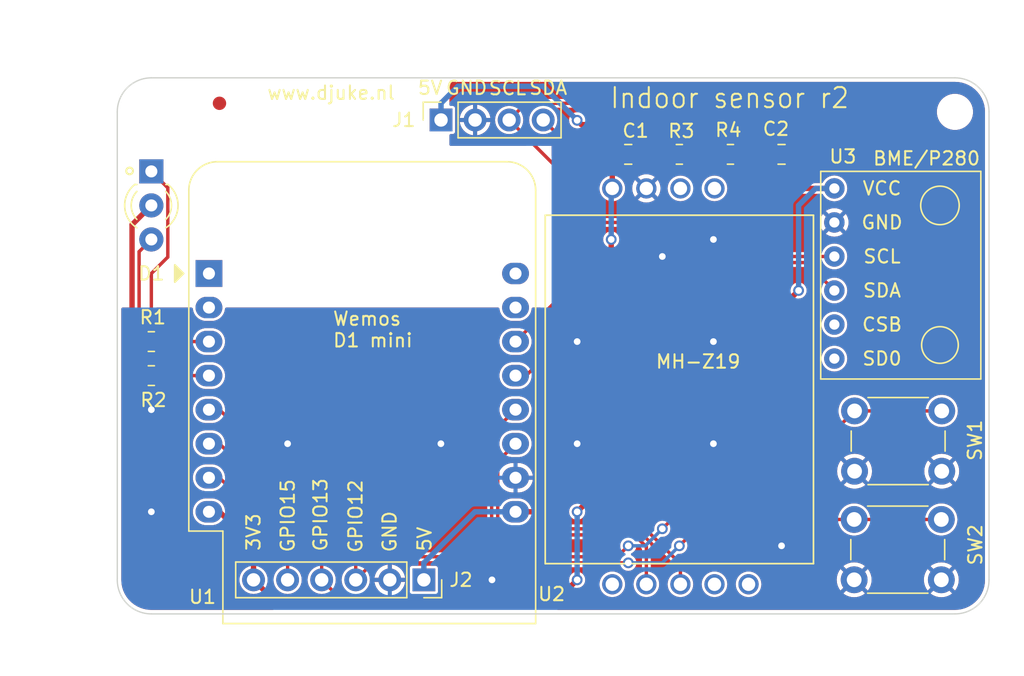
<source format=kicad_pcb>
(kicad_pcb (version 20240108) (generator "pcbnew") (generator_version "8.0")
  (layers (0 "F.Cu" signal) (31 "B.Cu" signal) (34 "B.Paste" user) (35 "F.Paste" user) (36 "B.SilkS" user "B.Silkscreen") (37 "F.SilkS" user "F.Silkscreen") (38 "B.Mask" user) (39 "F.Mask" user) (44 "Edge.Cuts" user))
  (net 0 "")
  (net 1 "+5V")
  (net 2 "GND")
  (net 3 "LED_OK")
  (net 4 "LED_ERR")
  (net 5 "RX")
  (net 6 "TX")
  (net 7 "SDA")
  (net 8 "SCL")
  (net 9 "+3V3")
  (net 10 "GPIO12")
  (net 11 "GPIO13")
  (net 12 "GPIO15")
  (net 19 "Net-(D1-A1)")
  (net 20 "Net-(D1-A2)")
  (footprint "Connector_PinSocket_2.54mm:PinSocket_1x06_P2.54mm_Vertical" (layer "F.Cu") (at 71.12 121.92 -90)
    (property "Reference" "J2" (at 0 -2.77 0) (layer "F.SilkS"))
    (property "Value" "Conn_01x06_Pin")
    (fp_line (start -1.33 14.03) (end 1.33 14.03) (stroke (width 0.12)) (layer "F.SilkS"))
    (fp_line (start -1.33 1.27) (end -1.33 14.03) (stroke (width 0.12)) (layer "F.SilkS"))
    (fp_line (start -1.33 1.27) (end 1.33 1.27) (stroke (width 0.12)) (layer "F.SilkS"))
    (fp_line (start 1.33 1.27) (end 1.33 14.03) (stroke (width 0.12)) (layer "F.SilkS"))
    (fp_line (start 0 -1.33) (end 1.33 -1.33) (stroke (width 0.12)) (layer "F.SilkS"))
    (fp_line (start 1.33 -1.33) (end 1.33 0) (stroke (width 0.12)) (layer "F.SilkS"))
    (pad "1" thru_hole rect (at 0 0 270) (size 1.7 1.7) (drill 1) (layers "*.Cu" "*.Mask") (net 1 "+5V"))
    (pad "2" thru_hole oval (at 0 2.54 270) (size 1.7 1.7) (drill 1) (layers "*.Cu" "*.Mask") (net 2 "GND"))
    (pad "3" thru_hole oval (at 0 5.08 270) (size 1.7 1.7) (drill 1) (layers "*.Cu" "*.Mask") (net 10 "GPIO12"))
    (pad "4" thru_hole oval (at 0 7.62 270) (size 1.7 1.7) (drill 1) (layers "*.Cu" "*.Mask") (net 11 "GPIO13"))
    (pad "5" thru_hole oval (at 0 10.16 270) (size 1.7 1.7) (drill 1) (layers "*.Cu" "*.Mask") (net 12 "GPIO15"))
    (pad "6" thru_hole oval (at 0 12.7 270) (size 1.7 1.7) (drill 1) (layers "*.Cu" "*.Mask") (net 9 "+3V3"))
  )
  (footprint "Resistor_SMD:R_0805_2012Metric" (layer "F.Cu") (at 50.8 106.68 180)
    (property "Reference" "R2" (at -0.15729 -1.821581 0) (layer "F.SilkS"))
    (property "Value" "220")
    (fp_line (start -0.227064 0.735) (end 0.227064 0.735) (stroke (width 0.12)) (layer "F.SilkS"))
    (fp_line (start -0.227064 -0.735) (end 0.227064 -0.735) (stroke (width 0.12)) (layer "F.SilkS"))
    (pad "1" smd roundrect (at -0.9125 0 180) (size 1.025 1.4) (layers "F.Cu" "F.Paste" "F.Mask") (roundrect_rratio 0.243902) (net 4 "LED_ERR"))
    (pad "2" smd roundrect (at 0.9125 0 180) (size 1.025 1.4) (layers "F.Cu" "F.Paste" "F.Mask") (roundrect_rratio 0.243902) (net 19 "Net-(D1-A1)"))
  )
  (footprint "Capacitor_SMD:C_0805_2012Metric" (layer "F.Cu") (at 86.36 90.17)
    (property "Reference" "C1" (at 0.545265 -1.760701 0) (layer "F.SilkS"))
    (property "Value" "100n")
    (fp_line (start -0.261252 -0.735) (end 0.261252 -0.735) (stroke (width 0.12)) (layer "F.SilkS"))
    (fp_line (start -0.261252 0.735) (end 0.261252 0.735) (stroke (width 0.12)) (layer "F.SilkS"))
    (pad "1" smd roundrect (at -0.95 0) (size 1 1.45) (layers "F.Cu" "F.Paste" "F.Mask") (net 1 "+5V"))
    (pad "2" smd roundrect (at 0.95 0) (size 1 1.45) (layers "F.Cu" "F.Paste" "F.Mask") (net 2 "GND"))
  )
  (footprint "Fiducial:Fiducial_1mm_Mask2mm" (layer "F.Cu") (at 105.41 86.36)
    (property "Reference" "FID2" (hide yes))
    (property "Value" "Fiducial")
    (pad "" smd circle (at 0 0) (size 1 1) (layers "F.Cu" "F.Mask") (clearance 0.5))
  )
  (footprint "LED_THT:LED_D3.0mm-3" (layer "F.Cu") (at 50.8 91.44 -90)
    (property "Reference" "D1" (at 7.62 0 0) (layer "F.SilkS"))
    (property "Value" "LED_Dual_AKA")
    (fp_line (start 0.98 1.08) (end 0.98 1.236) (stroke (width 0.12)) (layer "F.SilkS"))
    (fp_line (start 0.98 -1.236) (end 0.98 -1.08) (stroke (width 0.12)) (layer "F.SilkS"))
    (fp_arc (start 4.211397 1.080061) (mid 2.635624 1.987701) (end 0.98 1.235516) (stroke (width 0.12)) (layer "F.SilkS"))
    (fp_arc (start 3.58091 1.080049) (mid 2.539965 1.5) (end 1.499039 1.08) (stroke (width 0.12)) (layer "F.SilkS"))
    (fp_arc (start 1.499039 -1.08) (mid 2.539965 -1.5) (end 3.58091 -1.080049) (stroke (width 0.12)) (layer "F.SilkS"))
    (fp_arc (start 0.98 -1.235516) (mid 2.635624 -1.987701) (end 4.211397 -1.080061) (stroke (width 0.12)) (layer "F.SilkS"))
    (pad "1" thru_hole rect (at 0 0 270) (size 1.8 1.8) (drill 0.9) (layers "*.Cu" "*.Mask") (net 19 "Net-(D1-A1)"))
    (pad "2" thru_hole circle (at 2.54 0 270) (size 1.8 1.8) (drill 0.9) (layers "*.Cu" "*.Mask") (net 2 "GND"))
    (pad "3" thru_hole circle (at 5.08 0 270) (size 1.8 1.8) (drill 0.9) (layers "*.Cu" "*.Mask") (net 20 "Net-(D1-A2)"))
  )
  (footprint "RF_Module:WEMOS_D1_mini_light" (layer "F.Cu") (at 55.095 99.06)
    (property "Reference" "U1" (at -0.485 24.13 0) (layer "F.SilkS"))
    (property "Value" "WeMos_D1_mini")
    (fp_line (start -1.5 19.22) (end -1.5 -6.21) (stroke (width 0.12)) (layer "F.SilkS"))
    (fp_line (start -1.5 19.22) (end 1.04 19.22) (stroke (width 0.12)) (layer "F.SilkS"))
    (fp_line (start 1.04 19.22) (end 1.04 26.12) (stroke (width 0.12)) (layer "F.SilkS"))
    (fp_line (start 1.04 26.12) (end 24.36 26.12) (stroke (width 0.12)) (layer "F.SilkS"))
    (fp_line (start 22.24 -8.34) (end 0.63 -8.34) (stroke (width 0.12)) (layer "F.SilkS"))
    (fp_line (start 24.36 26.12) (end 24.36 -6.21) (stroke (width 0.12)) (layer "F.SilkS"))
    (fp_arc (start -1.5 -6.21) (mid -0.876137 -7.716137) (end 0.63 -8.34) (stroke (width 0.12)) (layer "F.SilkS"))
    (fp_arc (start 22.23 -8.34) (mid 23.736137 -7.716137) (end 24.36 -6.21) (stroke (width 0.12)) (layer "F.SilkS"))
    (fp_poly (pts (xy -2.54 -0.635) (xy -2.54 0.635) (xy -1.905 0)) (stroke (width 0.15)) (fill solid) (layer "F.SilkS"))
    (pad "1" thru_hole rect (at 0 0) (size 2 2) (drill 0.9) (layers "*.Cu" "*.Mask"))
    (pad "2" thru_hole oval (at 0 2.54) (size 2 1.6) (drill 0.9) (layers "*.Cu" "*.Mask"))
    (pad "3" thru_hole oval (at 0 5.08) (size 2 1.6) (drill 0.9) (layers "*.Cu" "*.Mask") (net 3 "LED_OK"))
    (pad "4" thru_hole oval (at 0 7.62) (size 2 1.6) (drill 0.9) (layers "*.Cu" "*.Mask") (net 4 "LED_ERR"))
    (pad "5" thru_hole oval (at 0 10.16) (size 2 1.6) (drill 0.9) (layers "*.Cu" "*.Mask") (net 10 "GPIO12"))
    (pad "6" thru_hole oval (at 0 12.7) (size 2 1.6) (drill 0.9) (layers "*.Cu" "*.Mask") (net 11 "GPIO13"))
    (pad "7" thru_hole oval (at 0 15.24) (size 2 1.6) (drill 0.9) (layers "*.Cu" "*.Mask") (net 12 "GPIO15"))
    (pad "8" thru_hole oval (at 0 17.78) (size 2 1.6) (drill 0.9) (layers "*.Cu" "*.Mask") (net 9 "+3V3"))
    (pad "9" thru_hole oval (at 22.86 17.78) (size 2 1.6) (drill 0.9) (layers "*.Cu" "*.Mask") (net 1 "+5V"))
    (pad "10" thru_hole oval (at 22.86 15.24) (size 2 1.6) (drill 0.9) (layers "*.Cu" "*.Mask") (net 2 "GND"))
    (pad "11" thru_hole oval (at 22.86 12.7) (size 2 1.6) (drill 0.9) (layers "*.Cu" "*.Mask") (net 5 "RX"))
    (pad "12" thru_hole oval (at 22.86 10.16) (size 2 1.6) (drill 0.9) (layers "*.Cu" "*.Mask") (net 6 "TX"))
    (pad "13" thru_hole oval (at 22.86 7.62) (size 2 1.6) (drill 0.9) (layers "*.Cu" "*.Mask") (net 7 "SDA"))
    (pad "14" thru_hole oval (at 22.86 5.08) (size 2 1.6) (drill 0.9) (layers "*.Cu" "*.Mask") (net 8 "SCL"))
    (pad "15" thru_hole oval (at 22.86 2.54) (size 2 1.6) (drill 0.9) (layers "*.Cu" "*.Mask"))
    (pad "16" thru_hole oval (at 22.86 0) (size 2 1.6) (drill 0.9) (layers "*.Cu" "*.Mask"))
    (zone (net 0) (net_name "") (layers "F&B.Cu" "Dwgs.User") (name "No Copper") (connect_pads (clearance 0)) (min_thickness 0.25)
      (keepout (tracks not_allowed) (vias not_allowed) (pads not_allowed) (copperpour not_allowed) (footprints not_allowed))
      (fill (thermal_gap 0.5) (thermal_bridge_width 0.5))
      (polygon (pts (xy 53.745 90.86) (xy 79.345 90.86) (xy 79.345 97.66) (xy 53.745 97.66)))
    )
  )
  (footprint "Capacitor_SMD:C_0805_2012Metric" (layer "F.Cu") (at 97.79 90.17)
    (property "Reference" "C2" (at -0.417414 -1.900479 0) (layer "F.SilkS"))
    (property "Value" "100n")
    (fp_line (start -0.261252 -0.735) (end 0.261252 -0.735) (stroke (width 0.12)) (layer "F.SilkS"))
    (fp_line (start -0.261252 0.735) (end 0.261252 0.735) (stroke (width 0.12)) (layer "F.SilkS"))
    (pad "1" smd roundrect (at -0.95 0) (size 1 1.45) (layers "F.Cu" "F.Paste" "F.Mask") (net 9 "+3V3"))
    (pad "2" smd roundrect (at 0.95 0) (size 1 1.45) (layers "F.Cu" "F.Paste" "F.Mask") (net 2 "GND"))
  )
  (footprint "Connector_PinSocket_2.54mm:PinSocket_1x04_P2.54mm_Vertical" (layer "F.Cu") (at 72.4 87.605 90)
    (property "Reference" "J1" (at 0 -2.77 180) (layer "F.SilkS"))
    (property "Value" "Conn_01x04_Pin")
    (fp_line (start 1.33 -1.33) (end 1.33 0) (stroke (width 0.12)) (layer "F.SilkS"))
    (fp_line (start 0 -1.33) (end 1.33 -1.33) (stroke (width 0.12)) (layer "F.SilkS"))
    (fp_line (start 1.33 1.27) (end 1.33 8.95) (stroke (width 0.12)) (layer "F.SilkS"))
    (fp_line (start -1.33 1.27) (end 1.33 1.27) (stroke (width 0.12)) (layer "F.SilkS"))
    (fp_line (start -1.33 1.27) (end -1.33 8.95) (stroke (width 0.12)) (layer "F.SilkS"))
    (fp_line (start -1.33 8.95) (end 1.33 8.95) (stroke (width 0.12)) (layer "F.SilkS"))
    (pad "1" thru_hole rect (at 0 0 90) (size 1.7 1.7) (drill 1) (layers "*.Cu" "*.Mask") (net 1 "+5V"))
    (pad "2" thru_hole oval (at 0 2.54 90) (size 1.7 1.7) (drill 1) (layers "*.Cu" "*.Mask") (net 2 "GND"))
    (pad "3" thru_hole oval (at 0 5.08 90) (size 1.7 1.7) (drill 1) (layers "*.Cu" "*.Mask") (net 8 "SCL"))
    (pad "4" thru_hole oval (at 0 7.62 90) (size 1.7 1.7) (drill 1) (layers "*.Cu" "*.Mask") (net 7 "SDA"))
  )
  (footprint "MountingHole:MountingHole_2.2mm_M2" (layer "F.Cu") (at 110.72 87)
    (property "Reference" "H1" (hide yes))
    (property "Value" "MountingHole")
    (pad "" np_thru_hole circle (at 0 0) (size 2.2 2.2) (drill 2.2) (layers "*.Cu" "*.Mask"))
  )
  (footprint "Button_Switch_THT:SW_PUSH_6mm_H5mm" (layer "F.Cu") (at 103.204192 117.414408)
    (property "Reference" "SW2" (at 9.038285 1.89058 90) (layer "F.SilkS"))
    (property "Value" "SW_Push")
    (fp_line (start -0.25 1.5) (end -0.25 3) (stroke (width 0.12)) (layer "F.SilkS"))
    (fp_line (start 1 5.5) (end 5.5 5.5) (stroke (width 0.12)) (layer "F.SilkS"))
    (fp_line (start 5.5 -1) (end 1 -1) (stroke (width 0.12)) (layer "F.SilkS"))
    (fp_line (start 6.75 3) (end 6.75 1.5) (stroke (width 0.12)) (layer "F.SilkS"))
    (pad "1" thru_hole circle (at 0 0 90) (size 2 2) (drill 1.1) (layers "*.Cu" "*.Mask") (net 11 "GPIO13"))
    (pad "1" thru_hole circle (at 6.5 0 90) (size 2 2) (drill 1.1) (layers "*.Cu" "*.Mask") (net 11 "GPIO13"))
    (pad "2" thru_hole circle (at 0 4.5 90) (size 2 2) (drill 1.1) (layers "*.Cu" "*.Mask") (net 2 "GND"))
    (pad "2" thru_hole circle (at 6.5 4.5 90) (size 2 2) (drill 1.1) (layers "*.Cu" "*.Mask") (net 2 "GND"))
  )
  (footprint "Resistor_SMD:R_0805_2012Metric" (layer "F.Cu") (at 90.17 90.17 180)
    (property "Reference" "R3" (at -0.148697 1.741003 0) (layer "F.SilkS"))
    (property "Value" "4k7")
    (fp_line (start -0.227064 0.735) (end 0.227064 0.735) (stroke (width 0.12)) (layer "F.SilkS"))
    (fp_line (start -0.227064 -0.735) (end 0.227064 -0.735) (stroke (width 0.12)) (layer "F.SilkS"))
    (pad "1" smd roundrect (at -0.9125 0 180) (size 1.025 1.4) (layers "F.Cu" "F.Paste" "F.Mask") (roundrect_rratio 0.243902) (net 7 "SDA"))
    (pad "2" smd roundrect (at 0.9125 0 180) (size 1.025 1.4) (layers "F.Cu" "F.Paste" "F.Mask") (roundrect_rratio 0.243902) (net 1 "+5V"))
  )
  (footprint "Fiducial:Fiducial_1mm_Mask2mm" (layer "F.Cu") (at 55.88 86.36)
    (property "Reference" "FID3" (hide yes))
    (property "Value" "Fiducial")
    (pad "" smd circle (at 0 0) (size 1 1) (layers "F.Cu" "F.Mask") (clearance 0.5))
  )
  (footprint "Resistor_SMD:R_0805_2012Metric" (layer "F.Cu") (at 93.98 90.17 180)
    (property "Reference" "R4" (at 0.15856 1.817703 180) (layer "F.SilkS"))
    (property "Value" "4k7")
    (fp_line (start -0.227064 0.735) (end 0.227064 0.735) (stroke (width 0.12)) (layer "F.SilkS"))
    (fp_line (start -0.227064 -0.735) (end 0.227064 -0.735) (stroke (width 0.12)) (layer "F.SilkS"))
    (pad "1" smd roundrect (at -0.9125 0 180) (size 1.025 1.4) (layers "F.Cu" "F.Paste" "F.Mask") (roundrect_rratio 0.243902) (net 8 "SCL"))
    (pad "2" smd roundrect (at 0.9125 0 180) (size 1.025 1.4) (layers "F.Cu" "F.Paste" "F.Mask") (roundrect_rratio 0.243902) (net 1 "+5V"))
  )
  (footprint "Resistor_SMD:R_0805_2012Metric" (layer "F.Cu") (at 50.8 104.14 180)
    (property "Reference" "R1" (at -0.105014 1.806986 0) (layer "F.SilkS"))
    (property "Value" "220")
    (fp_line (start -0.227064 0.735) (end 0.227064 0.735) (stroke (width 0.12)) (layer "F.SilkS"))
    (fp_line (start -0.227064 -0.735) (end 0.227064 -0.735) (stroke (width 0.12)) (layer "F.SilkS"))
    (pad "1" smd roundrect (at -0.9125 0 180) (size 1.025 1.4) (layers "F.Cu" "F.Paste" "F.Mask") (roundrect_rratio 0.243902) (net 3 "LED_OK"))
    (pad "2" smd roundrect (at 0.9125 0 180) (size 1.025 1.4) (layers "F.Cu" "F.Paste" "F.Mask") (roundrect_rratio 0.243902) (net 20 "Net-(D1-A2)"))
  )
  (footprint "MountingHole:MountingHole_2.2mm_M2" (layer "F.Cu") (at 50.8 87)
    (property "Reference" "H2" (hide yes))
    (property "Value" "MountingHole")
    (pad "" np_thru_hole circle (at 0 0) (size 2.2 2.2) (drill 2.2) (layers "*.Cu" "*.Mask"))
  )
  (footprint "Fiducial:Fiducial_1mm_Mask2mm" (layer "F.Cu") (at 50.8 121.92)
    (property "Reference" "FID1" (hide yes))
    (property "Value" "Fiducial")
    (pad "" smd circle (at 0 0) (size 1 1) (layers "F.Cu" "F.Mask") (clearance 0.5))
  )
  (footprint "Libraries:MH-Z19B-FOOT" (layer "F.Cu") (at 85.17 92.71 -90)
    (property "Reference" "U2" (at 30.273437 4.526925 0) (layer "F.SilkS"))
    (property "Value" "MH-Z19B")
    (fp_line (start 2 5) (end 2 -15) (stroke (width 0.127)) (layer "F.SilkS"))
    (fp_line (start 28 5) (end 2 5) (stroke (width 0.127)) (layer "F.SilkS"))
    (fp_line (start 2 -15) (end 28 -15) (stroke (width 0.127)) (layer "F.SilkS"))
    (fp_line (start 28 -15) (end 28 5) (stroke (width 0.127)) (layer "F.SilkS"))
    (pad "GND" thru_hole circle (at 0 -2.54 270) (size 1.508 1.508) (drill 1) (layers "*.Cu" "*.Mask") (net 2 "GND"))
    (pad "RX" thru_hole circle (at 29.54 -2.54 270) (size 1.508 1.508) (drill 1) (layers "*.Cu" "*.Mask") (net 6 "TX"))
    (pad "TX" thru_hole circle (at 29.54 -5.08 270) (size 1.508 1.508) (drill 1) (layers "*.Cu" "*.Mask") (net 5 "RX"))
    (pad "VIN" thru_hole circle (at 0 0 270) (size 1.508 1.508) (drill 1) (layers "*.Cu" "*.Mask") (net 1 "+5V"))
    (pad "X@1" thru_hole circle (at 0 -5.08 270) (size 1.508 1.508) (drill 1) (layers "*.Cu" "*.Mask"))
    (pad "X@2" thru_hole circle (at 0 -7.62 270) (size 1.508 1.508) (drill 1) (layers "*.Cu" "*.Mask"))
    (pad "X@3" thru_hole circle (at 29.54 0 270) (size 1.508 1.508) (drill 1) (layers "*.Cu" "*.Mask"))
    (pad "X@4" thru_hole circle (at 29.54 -7.62 270) (size 1.508 1.508) (drill 1) (layers "*.Cu" "*.Mask"))
    (pad "XQ5" thru_hole circle (at 29.54 -10.16 270) (size 1.508 1.508) (drill 1) (layers "*.Cu" "*.Mask"))
  )
  (footprint "Button_Switch_THT:SW_PUSH_6mm_H5mm" (layer "F.Cu") (at 103.234303 109.314556)
    (property "Reference" "SW1" (at 8.978063 2.19169 90) (layer "F.SilkS"))
    (property "Value" "SW_Push")
    (fp_line (start -0.25 1.5) (end -0.25 3) (stroke (width 0.12)) (layer "F.SilkS"))
    (fp_line (start 1 5.5) (end 5.5 5.5) (stroke (width 0.12)) (layer "F.SilkS"))
    (fp_line (start 5.5 -1) (end 1 -1) (stroke (width 0.12)) (layer "F.SilkS"))
    (fp_line (start 6.75 3) (end 6.75 1.5) (stroke (width 0.12)) (layer "F.SilkS"))
    (pad "1" thru_hole circle (at 0 0 90) (size 2 2) (drill 1.1) (layers "*.Cu" "*.Mask") (net 10 "GPIO12"))
    (pad "1" thru_hole circle (at 6.5 0 90) (size 2 2) (drill 1.1) (layers "*.Cu" "*.Mask") (net 10 "GPIO12"))
    (pad "2" thru_hole circle (at 0 4.5 90) (size 2 2) (drill 1.1) (layers "*.Cu" "*.Mask") (net 2 "GND"))
    (pad "2" thru_hole circle (at 6.5 4.5 90) (size 2 2) (drill 1.1) (layers "*.Cu" "*.Mask") (net 2 "GND"))
  )
  (footprint "Libraries:module_bme280" (layer "F.Cu") (at 106.807 105.156)
    (property "Reference" "U3" (at -4.445 -14.823956 0) (layer "F.SilkS"))
    (property "Value" "module_bme280")
    (fp_line (start -6.096 -13.716) (end -6.096 1.778) (stroke (width 0.12)) (layer "F.SilkS"))
    (fp_line (start -6.096 1.778) (end 5.842 1.778) (stroke (width 0.12)) (layer "F.SilkS"))
    (fp_line (start 5.842 -13.716) (end -6.096 -13.716) (stroke (width 0.12)) (layer "F.SilkS"))
    (fp_line (start 5.842 1.778) (end 5.842 -13.716) (stroke (width 0.12)) (layer "F.SilkS"))
    (fp_circle (center 2.794 -11.176) (end 3.81 -10.16) (stroke (width 0.12)) (fill none) (layer "F.SilkS"))
    (fp_circle (center 2.794 -0.762) (end 3.302 0.508) (stroke (width 0.12)) (fill none) (layer "F.SilkS"))
    (fp_text user "SDA" (at -1.524 -4.826 0) (layer "F.SilkS"))
    (fp_text user "SCL" (at -1.524 -7.366 0) (layer "F.SilkS"))
    (fp_text user "SD0" (at -1.524 0.254 0) (layer "F.SilkS"))
    (fp_text user "BME/P280" (at 1.795862 -14.680724 0) (layer "F.SilkS"))
    (fp_text user "GND" (at -1.524 -9.906 0) (layer "F.SilkS"))
    (fp_text user "CSB" (at -1.524 -2.286 0) (layer "F.SilkS"))
    (fp_text user "VCC" (at -1.524 -12.446 0) (layer "F.SilkS"))
    (pad "1" thru_hole circle (at -5.08 -12.446) (size 1.524 1.524) (drill 0.762) (layers "*.Cu" "*.Mask") (net 9 "+3V3"))
    (pad "2" thru_hole circle (at -5.08 -9.906) (size 1.524 1.524) (drill 0.762) (layers "*.Cu" "*.Mask") (net 2 "GND"))
    (pad "3" thru_hole circle (at -5.08 -7.366) (size 1.524 1.524) (drill 0.762) (layers "*.Cu" "*.Mask") (net 8 "SCL"))
    (pad "4" thru_hole circle (at -5.08 -4.826) (size 1.524 1.524) (drill 0.762) (layers "*.Cu" "*.Mask") (net 7 "SDA"))
    (pad "5" thru_hole circle (at -5.08 -2.286) (size 1.524 1.524) (drill 0.762) (layers "*.Cu" "*.Mask"))
    (pad "6" thru_hole circle (at -5.08 0.254) (size 1.524 1.524) (drill 0.762) (layers "*.Cu" "*.Mask"))
  )
  (gr_circle (center 49.178497 91.407548) (end 49.428497 91.407548) (stroke (width 0.15)) (fill none) (layer "F.SilkS"))
  (gr_arc (start 110.72 84.46) (mid 112.516051 85.203949) (end 113.26 87) (stroke (width 0.1)) (layer "Edge.Cuts"))
  (gr_arc (start 50.8 124.46) (mid 49.003949 123.716051) (end 48.26 121.92) (stroke (width 0.1)) (layer "Edge.Cuts"))
  (gr_arc (start 48.26 87) (mid 49.003949 85.203949) (end 50.8 84.46) (stroke (width 0.1)) (layer "Edge.Cuts"))
  (gr_line (start 48.26 121.92) (end 48.26 87) (stroke (width 0.1)) (layer "Edge.Cuts"))
  (gr_line (start 110.72 84.46) (end 50.8 84.46) (stroke (width 0.1)) (layer "Edge.Cuts"))
  (gr_line (start 113.26 87) (end 113.26 121.92) (stroke (width 0.1)) (layer "Edge.Cuts"))
  (gr_line (start 110.72 124.46) (end 50.8 124.46) (stroke (width 0.1)) (layer "Edge.Cuts"))
  (gr_arc (start 113.26 121.92) (mid 112.516051 123.716051) (end 110.72 124.46) (stroke (width 0.1)) (layer "Edge.Cuts"))
  (gr_text "GPIO15" (at 61.558448 119.944959 90) (layer "F.SilkS") (effects (font (size 1 1)) (justify left bottom)))
  (gr_text "GPIO13" (at 63.99811 119.876558 90) (layer "F.SilkS") (effects (font (size 1 1)) (justify left bottom)))
  (gr_text "Indoor sensor r2" (at 84.925373 86.839171 0) (layer "F.SilkS") (effects (font (size 1.5 1.4)) (justify left bottom)))
  (gr_text "MH-Z19" (at 88.331109 106.217142 0) (layer "F.SilkS") (effects (font (size 1 1)) (justify left bottom)))
  (gr_text "5V" (at 70.588984 85.796353 0) (layer "F.SilkS") (effects (font (size 1 1)) (justify left bottom)))
  (gr_text "SCL" (at 75.878718 85.819153 0) (layer "F.SilkS") (effects (font (size 1 1)) (justify left bottom)))
  (gr_text "GND" (at 72.686637 85.796353 0) (layer "F.SilkS") (effects (font (size 1 1)) (justify left bottom)))
  (gr_text "GPIO12" (at 66.610794 119.985742 90) (layer "F.SilkS") (effects (font (size 1 1)) (justify left bottom)))
  (gr_text "www.djuke.nl" (at 59.364549 86.159753 0) (layer "F.SilkS") (effects (font (size 1 1)) (justify left bottom)))
  (gr_text "5V" (at 71.759915 119.87711 90) (layer "F.SilkS") (effects (font (size 1 1)) (justify left bottom)))
  (gr_text "Wemos\nD1 mini" (at 64.263864 104.633972 0) (layer "F.SilkS") (effects (font (size 1 1)) (justify left bottom)))
  (gr_text "GND" (at 69.152765 119.942289 90) (layer "F.SilkS") (effects (font (size 1 1)) (justify left bottom)))
  (gr_text "3V3" (at 59.004784 119.830956 90) (layer "F.SilkS") (effects (font (size 1 1)) (justify left bottom)))
  (gr_text "SDA" (at 78.888394 85.796353 0) (layer "F.SilkS") (effects (font (size 1 1)) (justify left bottom)))
  (segment (start 85.09 111.76) (end 85.09 96.52) (width 0.4) (layer "F.Cu") (net 1))
  (segment (start 85.17 91.36) (end 85.17 92.71) (width 0.4) (layer "F.Cu") (net 1))
  (segment (start 82.87 87.95) (end 82.55 87.63) (width 0.4) (layer "F.Cu") (net 1))
  (segment (start 85.41 87.95) (end 82.87 87.95) (width 0.4) (layer "F.Cu") (net 1))
  (segment (start 85.41 87.95) (end 85.41 90.17) (width 0.4) (layer "F.Cu") (net 1))
  (segment (start 88.9 87.95) (end 89.2575 88.3075) (width 0.4) (layer "F.Cu") (net 1))
  (segment (start 93.0675 89.2575) (end 93.0675 90.17) (width 0.4) (layer "F.Cu") (net 1))
  (segment (start 85.41 90.17) (end 85.41 91.12) (width 0.4) (layer "F.Cu") (net 1))
  (segment (start 88.9 87.95) (end 91.76 87.95) (width 0.4) (layer "F.Cu") (net 1))
  (segment (start 91.76 87.95) (end 93.0675 89.2575) (width 0.4) (layer "F.Cu") (net 1))
  (segment (start 85.41 91.12) (end 85.17 91.36) (width 0.4) (layer "F.Cu") (net 1))
  (segment (start 77.955 116.84) (end 80.01 116.84) (width 0.4) (layer "F.Cu") (net 1))
  (segment (start 80.01 116.84) (end 85.09 111.76) (width 0.4) (layer "F.Cu") (net 1))
  (segment (start 85.41 87.95) (end 88.9 87.95) (width 0.4) (layer "F.Cu") (net 1))
  (segment (start 85.41 92.47) (end 85.17 92.71) (width 0.4) (layer "F.Cu") (net 1))
  (segment (start 89.2575 88.3075) (end 89.2575 90.17) (width 0.4) (layer "F.Cu") (net 1))
  (via (at 85.09 96.52) (size 0.8) (drill 0.5) (layers "F.Cu" "B.Cu") (net 1))
  (via (at 82.55 87.63) (size 0.8) (drill 0.5) (layers "F.Cu" "B.Cu") (net 1))
  (segment (start 74.93 116.84) (end 71.12 120.65) (width 0.4) (layer "B.Cu") (net 1))
  (segment (start 80.01 85.09) (end 73.66 85.09) (width 0.4) (layer "B.Cu") (net 1))
  (segment (start 73.66 85.09) (end 72.4 86.35) (width 0.4) (layer "B.Cu") (net 1))
  (segment (start 82.55 87.63) (end 80.01 85.09) (width 0.4) (layer "B.Cu") (net 1))
  (segment (start 77.955 116.84) (end 74.93 116.84) (width 0.4) (layer "B.Cu") (net 1))
  (segment (start 71.12 120.65) (end 71.12 121.92) (width 0.4) (layer "B.Cu") (net 1))
  (segment (start 85.09 96.52) (end 85.09 92.79) (width 0.4) (layer "B.Cu") (net 1))
  (segment (start 72.4 86.35) (end 72.4 87.605) (width 0.4) (layer "B.Cu") (net 1))
  (segment (start 85.09 92.79) (end 85.17 92.71) (width 0.4) (layer "B.Cu") (net 1))
  (segment (start 50.8 93.98) (end 49.3605 95.4195) (width 0.4) (layer "F.Cu") (net 2))
  (segment (start 49.3605 95.4195) (end 49.3605 102.87) (width 0.4) (layer "F.Cu") (net 2))
  (via (at 88.9 97.79) (size 0.8) (drill 0.5) (layers "F.Cu" "B.Cu") (net 2))
  (via (at 76.2 121.92) (size 0.8) (drill 0.5) (layers "F.Cu" "B.Cu") (net 2))
  (via (at 92.71 111.76) (size 0.8) (drill 0.5) (layers "F.Cu" "B.Cu") (net 2))
  (via (at 72.39 111.76) (size 0.8) (drill 0.5) (layers "F.Cu" "B.Cu") (net 2))
  (via (at 60.96 111.76) (size 0.8) (drill 0.5) (layers "F.Cu" "B.Cu") (net 2))
  (via (at 92.71 104.14) (size 0.8) (drill 0.5) (layers "F.Cu" "B.Cu") (net 2))
  (via (at 82.55 104.14) (size 0.8) (drill 0.5) (layers "F.Cu" "B.Cu") (net 2))
  (via (at 50.8 116.84) (size 0.8) (drill 0.5) (layers "F.Cu" "B.Cu") (net 2))
  (via (at 82.55 111.76) (size 0.8) (drill 0.5) (layers "F.Cu" "B.Cu") (net 2))
  (via (at 50.8 109.22) (size 0.8) (drill 0.5) (layers "F.Cu" "B.Cu") (net 2))
  (via (at 92.71 96.52) (size 0.8) (drill 0.5) (layers "F.Cu" "B.Cu") (net 2))
  (via (at 97.79 119.38) (size 0.8) (drill 0.5) (layers "F.Cu" "B.Cu") (net 2))
  (segment (start 51.7125 104.14) (end 55.095 104.14) (width 0.254) (layer "F.Cu") (net 3))
  (segment (start 51.7125 106.68) (end 55.095 106.68) (width 0.254) (layer "F.Cu") (net 4))
  (segment (start 90.25 120.73) (end 90.25 122.25) (width 0.254) (layer "F.Cu") (net 5))
  (segment (start 76.628 113.087) (end 77.955 111.76) (width 0.254) (layer "F.Cu") (net 5))
  (segment (start 77.431181 118.11) (end 87.63 118.11) (width 0.254) (layer "F.Cu") (net 5))
  (segment (start 76.628 113.087) (end 76.628 117.306819) (width 0.254) (layer "F.Cu") (net 5))
  (segment (start 76.628 117.306819) (end 77.431181 118.11) (width 0.254) (layer "F.Cu") (net 5))
  (segment (start 87.63 118.11) (end 90.25 120.73) (width 0.254) (layer "F.Cu") (net 5))
  (segment (start 76.174 117.494872) (end 76.174 111.001) (width 0.254) (layer "F.Cu") (net 6))
  (segment (start 77.243128 118.564) (end 76.174 117.494872) (width 0.254) (layer "F.Cu") (net 6))
  (segment (start 87.71 119.46) (end 86.814 118.564) (width 0.254) (layer "F.Cu") (net 6))
  (segment (start 87.71 122.25) (end 87.71 119.46) (width 0.254) (layer "F.Cu") (net 6))
  (segment (start 76.174 111.001) (end 77.955 109.22) (width 0.254) (layer "F.Cu") (net 6))
  (segment (start 86.814 118.564) (end 77.243128 118.564) (width 0.254) (layer "F.Cu") (net 6))
  (segment (start 94.607948 95.25) (end 94.607948 95.250001) (width 0.254) (layer "F.Cu") (net 7))
  (segment (start 97.601947 98.244) (end 99.641 98.244) (width 0.254) (layer "F.Cu") (net 7))
  (segment (start 94.607948 95.250001) (end 97.601947 98.244) (width 0.254) (layer "F.Cu") (net 7))
  (segment (start 99.641 98.244) (end 101.727 100.33) (width 0.254) (layer "F.Cu") (net 7))
  (segment (start 82.55 95.25) (end 82.55 102.87) (width 0.254) (layer "F.Cu") (net 7))
  (segment (start 82.55 102.87) (end 78.74 106.68) (width 0.254) (layer "F.Cu") (net 7))
  (segment (start 82.55 90.135) (end 82.55 95.25) (width 0.254) (layer "F.Cu") (net 7))
  (segment (start 91.44 95.25) (end 94.607948 95.25) (width 0.254) (layer "F.Cu") (net 7))
  (segment (start 91.44 95.25) (end 82.55 95.25) (width 0.254) (layer "F.Cu") (net 7))
  (segment (start 91.0825 90.17) (end 91.44 90.5275) (width 0.254) (layer "F.Cu") (net 7))
  (segment (start 91.44 90.5275) (end 91.44 95.25) (width 0.254) (layer "F.Cu") (net 7))
  (segment (start 78.74 106.68) (end 77.955 106.68) (width 0.254) (layer "F.Cu") (net 7))
  (segment (start 80.02 87.605) (end 82.55 90.135) (width 0.254) (layer "F.Cu") (net 7))
  (segment (start 78.725 86.36) (end 77.48 87.605) (width 0.254) (layer "F.Cu") (net 8))
  (segment (start 94.8925 90.17) (end 92.1455 87.423) (width 0.254) (layer "F.Cu") (net 8))
  (segment (start 77.955 104.14) (end 81.28 100.815) (width 0.254) (layer "F.Cu") (net 8))
  (segment (start 94.8925 94.8925) (end 94.8925 90.17) (width 0.254) (layer "F.Cu") (net 8))
  (segment (start 81.28 100.815) (end 81.28 91.405) (width 0.254) (layer "F.Cu") (net 8))
  (segment (start 92.1455 87.423) (end 83.613 87.423) (width 0.254) (layer "F.Cu") (net 8))
  (segment (start 101.727 97.79) (end 97.79 97.79) (width 0.254) (layer "F.Cu") (net 8))
  (segment (start 83.613 87.423) (end 82.55 86.36) (width 0.254) (layer "F.Cu") (net 8))
  (segment (start 81.28 91.405) (end 77.48 87.605) (width 0.254) (layer "F.Cu") (net 8))
  (segment (start 97.79 97.79) (end 94.8925 94.8925) (width 0.254) (layer "F.Cu") (net 8))
  (segment (start 82.55 86.36) (end 78.725 86.36) (width 0.254) (layer "F.Cu") (net 8))
  (segment (start 82.55 116.84) (end 99.06 100.33) (width 0.4) (layer "F.Cu") (net 9))
  (segment (start 55.88 116.84) (end 58.42 119.38) (width 0.4) (layer "F.Cu") (net 9))
  (segment (start 55.095 116.84) (end 55.88 116.84) (width 0.4) (layer "F.Cu") (net 9))
  (segment (start 58.42 119.38) (end 58.42 121.92) (width 0.4) (layer "F.Cu") (net 9))
  (segment (start 80.753 123.717) (end 82.55 121.92) (width 0.4) (layer "F.Cu") (net 9))
  (segment (start 60.217 123.717) (end 80.753 123.717) (width 0.4) (layer "F.Cu") (net 9))
  (segment (start 96.84 90.17) (end 96.84 91.76) (width 0.4) (layer "F.Cu") (net 9))
  (segment (start 58.42 121.92) (end 60.217 123.717) (width 0.4) (layer "F.Cu") (net 9))
  (segment (start 97.79 92.71) (end 101.727 92.71) (width 0.4) (layer "F.Cu") (net 9))
  (segment (start 96.84 91.76) (end 97.79 92.71) (width 0.4) (layer "F.Cu") (net 9))
  (via (at 99.06 100.33) (size 0.8) (drill 0.5) (layers "F.Cu" "B.Cu") (net 9))
  (via (at 82.55 121.92) (size 0.8) (drill 0.5) (layers "F.Cu" "B.Cu") (net 9))
  (via (at 82.55 116.84) (size 0.8) (drill 0.5) (layers "F.Cu" "B.Cu") (net 9))
  (segment (start 99.06 93.98) (end 100.33 92.71) (width 0.4) (layer "B.Cu") (net 9))
  (segment (start 99.06 93.98) (end 99.06 100.33) (width 0.4) (layer "B.Cu") (net 9))
  (segment (start 100.33 92.71) (end 101.727 92.71) (width 0.4) (layer "B.Cu") (net 9))
  (segment (start 82.55 121.92) (end 82.55 116.84) (width 0.4) (layer "B.Cu") (net 9))
  (segment (start 55.88 109.22) (end 66.04 119.38) (width 0.254) (layer "F.Cu") (net 10))
  (segment (start 55.095 109.22) (end 55.88 109.22) (width 0.254) (layer "F.Cu") (net 10))
  (segment (start 67.764 120.196) (end 66.04 121.92) (width 0.254) (layer "F.Cu") (net 10))
  (segment (start 85.544 120.196) (end 67.764 120.196) (width 0.254) (layer "F.Cu") (net 10))
  (segment (start 103.234303 109.314556) (end 109.734303 109.314556) (width 0.254) (layer "F.Cu") (net 10))
  (segment (start 66.04 119.38) (end 66.04 121.92) (width 0.254) (layer "F.Cu") (net 10))
  (segment (start 96.978859 115.57) (end 103.234303 109.314556) (width 0.254) (layer "F.Cu") (net 10))
  (segment (start 86.36 119.38) (end 85.544 120.196) (width 0.254) (layer "F.Cu") (net 10))
  (segment (start 91.44 115.57) (end 96.978859 115.57) (width 0.254) (layer "F.Cu") (net 10))
  (segment (start 88.9 118.11) (end 91.44 115.57) (width 0.254) (layer "F.Cu") (net 10))
  (via (at 86.36 119.38) (size 0.8) (drill 0.5) (layers "F.Cu" "B.Cu") (net 10))
  (via (at 88.9 118.11) (size 0.8) (drill 0.5) (layers "F.Cu" "B.Cu") (net 10))
  (segment (start 87.63 119.38) (end 86.36 119.38) (width 0.254) (layer "B.Cu") (net 10))
  (segment (start 88.9 118.11) (end 87.63 119.38) (width 0.254) (layer "B.Cu") (net 10))
  (segment (start 109.704192 117.414408) (end 103.204192 117.414408) (width 0.254) (layer "F.Cu") (net 11))
  (segment (start 55.095 111.76) (end 55.88 111.76) (width 0.254) (layer "F.Cu") (net 11))
  (segment (start 64.77 123.19) (end 72.39 123.19) (width 0.254) (layer "F.Cu") (net 11))
  (segment (start 74.93 120.65) (end 86.36 120.65) (width 0.254) (layer "F.Cu") (net 11))
  (segment (start 103.204192 117.414408) (end 92.135592 117.414408) (width 0.254) (layer "F.Cu") (net 11))
  (segment (start 55.88 111.76) (end 63.5 119.38) (width 0.254) (layer "F.Cu") (net 11))
  (segment (start 63.5 121.92) (end 64.77 123.19) (width 0.254) (layer "F.Cu") (net 11))
  (segment (start 92.135592 117.414408) (end 90.17 119.38) (width 0.254) (layer "F.Cu") (net 11))
  (segment (start 63.5 119.38) (end 63.5 121.92) (width 0.254) (layer "F.Cu") (net 11))
  (segment (start 72.39 123.19) (end 74.93 120.65) (width 0.254) (layer "F.Cu") (net 11))
  (via (at 86.36 120.65) (size 0.8) (drill 0.5) (layers "F.Cu" "B.Cu") (net 11))
  (via (at 90.17 119.38) (size 0.8) (drill 0.5) (layers "F.Cu" "B.Cu") (net 11))
  (segment (start 90.17 119.38) (end 88.9 120.65) (width 0.254) (layer "B.Cu") (net 11))
  (segment (start 88.9 120.65) (end 86.36 120.65) (width 0.254) (layer "B.Cu") (net 11))
  (segment (start 55.095 114.3) (end 55.88 114.3) (width 0.254) (layer "F.Cu") (net 12))
  (segment (start 55.88 114.3) (end 60.96 119.38) (width 0.254) (layer "F.Cu") (net 12))
  (segment (start 60.96 119.38) (end 60.96 121.92) (width 0.254) (layer "F.Cu") (net 12))
  (segment (start 52.027 97.833) (end 52.027 92.667) (width 0.254) (layer "F.Cu") (net 19))
  (segment (start 50.8 99.06) (end 52.027 97.833) (width 0.254) (layer "F.Cu") (net 19))
  (segment (start 52.027 92.667) (end 50.8 91.44) (width 0.254) (layer "F.Cu") (net 19))
  (segment (start 49.8875 106.68) (end 50.8 105.7675) (width 0.254) (layer "F.Cu") (net 19))
  (segment (start 50.8 105.7675) (end 50.8 99.06) (width 0.254) (layer "F.Cu") (net 19))
  (segment (start 49.8875 104.14) (end 49.8875 97.4325) (width 0.254) (layer "F.Cu") (net 20))
  (segment (start 49.8875 97.4325) (end 50.8 96.52) (width 0.254) (layer "F.Cu") (net 20))
  (zone (net 2) (net_name "GND") (layer "F.Cu") (priority 1) (connect_pads (clearance 0.2)) (min_thickness 0.2) (fill yes (thermal_gap 0.3) (thermal_bridge_width 0.3))
    (polygon (pts (xy 48.26 124.46) (xy 113.5 124.46) (xy 113.5 83.82) (xy 73.025 83.82) (xy 73.025 89.535) (xy 80.645 89.535) (xy 80.645 101.6) (xy 48.26 101.6)))
  )
  (zone (net 2) (net_name "GND") (layer "B.Cu") (connect_pads (clearance 0.2)) (min_thickness 0.2) (fill yes (thermal_gap 0.3) (thermal_bridge_width 0.3))
    (polygon (pts (xy 48.26 124.46) (xy 113.5 124.46) (xy 113.5 83.82) (xy 73.025 83.82) (xy 73.025 89.535) (xy 80.645 89.535) (xy 80.645 101.6) (xy 48.26 101.6)))
  )
)
</source>
